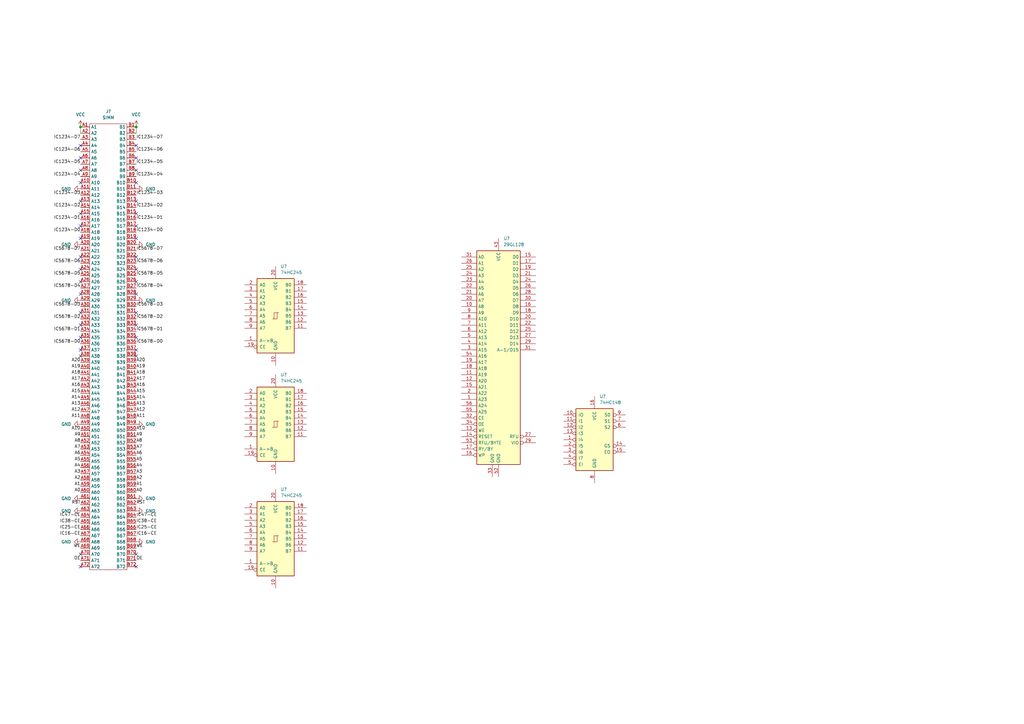
<source format=kicad_sch>
(kicad_sch (version 20211123) (generator eeschema)
  (paper "A3")
  (lib_symbols
    (symbol "74xx:74HC245" (pin_names (offset 1.016))
      (property "Reference" "U" (at -7.62 16.51 0))
      (property "Value" "74HC245" (at -7.62 -16.51 0))
      (symbol "74HC245_1_0"
        (polyline (pts (xy -0.635 -1.27) (xy -0.635 1.27) (xy 0.635 1.27)))
        (polyline (pts (xy -1.27 -1.27) (xy 0.635 -1.27) (xy 0.635 1.27) (xy 1.27 1.27)))
        (pin input line (at -12.7 -10.16 0) (length 5.08) (name "A->B") (number "1"))
        (pin power_in line (at 0 -20.32 90) (length 5.08) (name "GND") (number "10"))
        (pin tri_state line (at 12.7 -5.08 180) (length 5.08) (name "B7") (number "11"))
        (pin tri_state line (at 12.7 -2.54 180) (length 5.08) (name "B6") (number "12"))
        (pin tri_state line (at 12.7 0 180) (length 5.08) (name "B5") (number "13"))
        (pin tri_state line (at 12.7 2.54 180) (length 5.08) (name "B4") (number "14"))
        (pin tri_state line (at 12.7 5.08 180) (length 5.08) (name "B3") (number "15"))
        (pin tri_state line (at 12.7 7.62 180) (length 5.08) (name "B2") (number "16"))
        (pin tri_state line (at 12.7 10.16 180) (length 5.08) (name "B1") (number "17"))
        (pin tri_state line (at 12.7 12.7 180) (length 5.08) (name "B0") (number "18"))
        (pin input inverted (at -12.7 -12.7 0) (length 5.08) (name "CE") (number "19"))
        (pin tri_state line (at -12.7 12.7 0) (length 5.08) (name "A0") (number "2"))
        (pin power_in line (at 0 20.32 270) (length 5.08) (name "VCC") (number "20"))
        (pin tri_state line (at -12.7 10.16 0) (length 5.08) (name "A1") (number "3"))
        (pin tri_state line (at -12.7 7.62 0) (length 5.08) (name "A2") (number "4"))
        (pin tri_state line (at -12.7 5.08 0) (length 5.08) (name "A3") (number "5"))
        (pin tri_state line (at -12.7 2.54 0) (length 5.08) (name "A4") (number "6"))
        (pin tri_state line (at -12.7 0 0) (length 5.08) (name "A5") (number "7"))
        (pin tri_state line (at -12.7 -2.54 0) (length 5.08) (name "A6") (number "8"))
        (pin tri_state line (at -12.7 -5.08 0) (length 5.08) (name "A7") (number "9"))
      )
      (symbol "74HC245_1_1"
        (rectangle (start -7.62 15.24) (end 7.62 -15.24) (stroke (width 0.254)) (fill (type background)))
      )
    )
    (symbol "CPS3:29GL128"
      (property "Reference" "U" (at -5.08 36.195 0))
      (property "Value" "29GL128" (at -5.08 34.29 0))
      (symbol "29GL128_0_1"
        (rectangle (start -8.89 33.02) (end 8.89 -54.61) (stroke (width 0.254)) (fill (type background)))
      )
      (symbol "29GL128_1_1"
        (pin input line (at -15.24 -27.94 0) (length 6.35) (name "A23") (number "1"))
        (pin input line (at -15.24 10.16 0) (length 6.35) (name "A8") (number "10"))
        (pin input line (at -15.24 -17.78 0) (length 6.35) (name "A19") (number "11"))
        (pin input line (at -15.24 -20.32 0) (length 6.35) (name "A20") (number "12"))
        (pin input inverted (at -15.24 -40.64 0) (length 6.35) (name "WE") (number "13"))
        (pin input inverted (at -15.24 -43.18 0) (length 6.35) (name "RESET") (number "14"))
        (pin input line (at -15.24 -22.86 0) (length 6.35) (name "A21") (number "15"))
        (pin tri_state line (at 15.24 30.48 180) (length 6.35) (name "D0") (number "15"))
        (pin tri_state line (at 15.24 10.16 180) (length 6.35) (name "D8") (number "16"))
        (pin input inverted (at -15.24 -50.8 0) (length 6.35) (name "WP") (number "16"))
        (pin tri_state line (at 15.24 27.94 180) (length 6.35) (name "D1") (number "17"))
        (pin output inverted (at -15.24 -48.26 0) (length 6.35) (name "RY/BY") (number "17"))
        (pin input line (at -15.24 -15.24 0) (length 6.35) (name "A18") (number "18"))
        (pin tri_state line (at 15.24 7.62 180) (length 6.35) (name "D9") (number "18"))
        (pin input line (at -15.24 -12.7 0) (length 6.35) (name "A17") (number "19"))
        (pin tri_state line (at 15.24 25.4 180) (length 6.35) (name "D2") (number "19"))
        (pin input line (at -15.24 -25.4 0) (length 6.35) (name "A22") (number "2"))
        (pin input line (at -15.24 12.7 0) (length 6.35) (name "A7") (number "20"))
        (pin tri_state line (at 15.24 5.08 180) (length 6.35) (name "D10") (number "20"))
        (pin input line (at -15.24 15.24 0) (length 6.35) (name "A6") (number "21"))
        (pin tri_state line (at 15.24 22.86 180) (length 6.35) (name "D3") (number "21"))
        (pin input line (at -15.24 17.78 0) (length 6.35) (name "A5") (number "22"))
        (pin tri_state line (at 15.24 2.54 180) (length 6.35) (name "D11") (number "22"))
        (pin input line (at -15.24 20.32 0) (length 6.35) (name "A4") (number "23"))
        (pin input line (at -15.24 22.86 0) (length 6.35) (name "A3") (number "24"))
        (pin tri_state line (at 15.24 20.32 180) (length 6.35) (name "D4") (number "24"))
        (pin input line (at -15.24 25.4 0) (length 6.35) (name "A2") (number "25"))
        (pin tri_state line (at 15.24 0 180) (length 6.35) (name "D12") (number "25"))
        (pin input line (at -15.24 27.94 0) (length 6.35) (name "A1") (number "26"))
        (pin tri_state line (at 15.24 17.78 180) (length 6.35) (name "D5") (number "26"))
        (pin tri_state line (at 15.24 -2.54 180) (length 6.35) (name "D13") (number "27"))
        (pin input inverted (at 15.24 -43.18 180) (length 6.35) (name "RFU") (number "27"))
        (pin tri_state line (at 15.24 15.24 180) (length 6.35) (name "D6") (number "28"))
        (pin no_connect line (at 15.24 -48.26 180) (length 6.35) hide (name "NC") (number "28"))
        (pin tri_state line (at 15.24 -5.08 180) (length 6.35) (name "D14") (number "29"))
        (pin input inverted (at 15.24 -45.72 180) (length 6.35) (name "VIO") (number "29"))
        (pin input line (at -15.24 -7.62 0) (length 6.35) (name "A15") (number "3"))
        (pin tri_state line (at 15.24 12.7 180) (length 6.35) (name "D7") (number "30"))
        (pin no_connect line (at 15.24 -50.8 180) (length 6.35) hide (name "NC") (number "30"))
        (pin tri_state line (at 15.24 -7.62 180) (length 6.35) (name "A-1/D15") (number "31"))
        (pin input line (at -15.24 30.48 0) (length 6.35) (name "A0") (number "31"))
        (pin input inverted (at -15.24 -35.56 0) (length 6.35) (name "CE") (number "32"))
        (pin power_in line (at -2.54 -59.69 90) (length 5.08) (name "GND") (number "33"))
        (pin input inverted (at -15.24 -38.1 0) (length 6.35) (name "OE") (number "34"))
        (pin input line (at -15.24 -5.08 0) (length 6.35) (name "A14") (number "4"))
        (pin power_in line (at 0 38.1 270) (length 5.08) (name "VCC") (number "43"))
        (pin input line (at -15.24 -2.54 0) (length 6.35) (name "A13") (number "5"))
        (pin power_in line (at 0 -59.69 90) (length 5.08) (name "GND") (number "52"))
        (pin input inverted (at -15.24 -45.72 0) (length 6.35) (name "RFU/BYTE") (number "53"))
        (pin input line (at -15.24 -10.16 0) (length 6.35) (name "A16") (number "54"))
        (pin input line (at -15.24 -33.02 0) (length 6.35) (name "A25") (number "55"))
        (pin input line (at -15.24 -30.48 0) (length 6.35) (name "A24") (number "56"))
        (pin input line (at -15.24 0 0) (length 6.35) (name "A12") (number "6"))
        (pin input line (at -15.24 2.54 0) (length 6.35) (name "A11") (number "7"))
        (pin input line (at -15.24 5.08 0) (length 6.35) (name "A10") (number "8"))
        (pin input line (at -15.24 7.62 0) (length 6.35) (name "A9") (number "9"))
      )
    )
    (symbol "CPS3:74HC148" (pin_names (offset 1.016))
      (property "Reference" "U" (at -7.62 13.97 0))
      (property "Value" "74HC148" (at -7.62 -13.97 0))
      (symbol "74HC148_1_0"
        (pin input inverted (at -12.7 0 0) (length 5.08) (name "I4") (number "1"))
        (pin input inverted (at -12.7 10.16 0) (length 5.08) (name "IO") (number "10"))
        (pin input inverted (at -12.7 7.62 0) (length 5.08) (name "I1") (number "11"))
        (pin input inverted (at -12.7 5.08 0) (length 5.08) (name "I2") (number "12"))
        (pin input inverted (at -12.7 2.54 0) (length 5.08) (name "I3") (number "13"))
        (pin output inverted (at 12.7 -2.54 180) (length 5.08) (name "GS") (number "14"))
        (pin output inverted (at 12.7 -5.08 180) (length 5.08) (name "EO") (number "15"))
        (pin power_in line (at 0 17.78 270) (length 5.08) (name "VCC") (number "16"))
        (pin input inverted (at -12.7 -2.54 0) (length 5.08) (name "I5") (number "2"))
        (pin input inverted (at -12.7 -5.08 0) (length 5.08) (name "I6") (number "3"))
        (pin input inverted (at -12.7 -7.62 0) (length 5.08) (name "I7") (number "4"))
        (pin input inverted (at -12.7 -10.16 0) (length 5.08) (name "EI") (number "5"))
        (pin output inverted (at 12.7 5.08 180) (length 5.08) (name "S2") (number "6"))
        (pin output inverted (at 12.7 7.62 180) (length 5.08) (name "S1") (number "7"))
        (pin power_in line (at 0 -17.78 90) (length 5.08) (name "GND") (number "8"))
        (pin output inverted (at 12.7 10.16 180) (length 5.08) (name "S0") (number "9"))
      )
      (symbol "74HC148_1_1"
        (rectangle (start -7.62 12.7) (end 7.62 -12.7) (stroke (width 0.254)) (fill (type background)))
      )
    )
    (symbol "CPS3:SIMM"
      (property "Reference" "J" (at 0 93.98 0))
      (property "Value" "SIMM" (at 0 91.44 0))
      (symbol "SIMM_0_1"
        (rectangle (start -7.62 88.9) (end 7.62 -93.98))
      )
      (symbol "SIMM_1_1"
        (pin input line (at -11.43 87.63 0) (length 3.81) (name "A1") (number "A1"))
        (pin input line (at -11.43 64.77 0) (length 3.81) (name "A10") (number "A10"))
        (pin input line (at -11.43 62.23 0) (length 3.81) (name "A11") (number "A11"))
        (pin input line (at -11.43 59.69 0) (length 3.81) (name "A12") (number "A12"))
        (pin input line (at -11.43 57.15 0) (length 3.81) (name "A13") (number "A13"))
        (pin input line (at -11.43 54.61 0) (length 3.81) (name "A14") (number "A14"))
        (pin input line (at -11.43 52.07 0) (length 3.81) (name "A15") (number "A15"))
        (pin input line (at -11.43 49.53 0) (length 3.81) (name "A16") (number "A16"))
        (pin input line (at -11.43 46.99 0) (length 3.81) (name "A17") (number "A17"))
        (pin input line (at -11.43 44.45 0) (length 3.81) (name "A18") (number "A18"))
        (pin input line (at -11.43 41.91 0) (length 3.81) (name "A19") (number "A19"))
        (pin input line (at -11.43 85.09 0) (length 3.81) (name "A2") (number "A2"))
        (pin input line (at -11.43 39.37 0) (length 3.81) (name "A20") (number "A20"))
        (pin input line (at -11.43 36.83 0) (length 3.81) (name "A21") (number "A21"))
        (pin input line (at -11.43 34.29 0) (length 3.81) (name "A22") (number "A22"))
        (pin input line (at -11.43 31.75 0) (length 3.81) (name "A23") (number "A23"))
        (pin input line (at -11.43 29.21 0) (length 3.81) (name "A24") (number "A24"))
        (pin input line (at -11.43 26.67 0) (length 3.81) (name "A25") (number "A25"))
        (pin input line (at -11.43 24.13 0) (length 3.81) (name "A26") (number "A26"))
        (pin input line (at -11.43 21.59 0) (length 3.81) (name "A27") (number "A27"))
        (pin input line (at -11.43 19.05 0) (length 3.81) (name "A28") (number "A28"))
        (pin input line (at -11.43 16.51 0) (length 3.81) (name "A29") (number "A29"))
        (pin input line (at -11.43 82.55 0) (length 3.81) (name "A3") (number "A3"))
        (pin input line (at -11.43 13.97 0) (length 3.81) (name "A30") (number "A30"))
        (pin input line (at -11.43 11.43 0) (length 3.81) (name "A31") (number "A31"))
        (pin input line (at -11.43 8.89 0) (length 3.81) (name "A32") (number "A32"))
        (pin input line (at -11.43 6.35 0) (length 3.81) (name "A33") (number "A33"))
        (pin input line (at -11.43 3.81 0) (length 3.81) (name "A34") (number "A34"))
        (pin input line (at -11.43 1.27 0) (length 3.81) (name "A35") (number "A35"))
        (pin input line (at -11.43 -1.27 0) (length 3.81) (name "A36") (number "A36"))
        (pin input line (at -11.43 -3.81 0) (length 3.81) (name "A37") (number "A37"))
        (pin input line (at -11.43 -6.35 0) (length 3.81) (name "A38") (number "A38"))
        (pin input line (at -11.43 -8.89 0) (length 3.81) (name "A39") (number "A39"))
        (pin input line (at -11.43 80.01 0) (length 3.81) (name "A4") (number "A4"))
        (pin input line (at -11.43 -11.43 0) (length 3.81) (name "A40") (number "A40"))
        (pin input line (at -11.43 -13.97 0) (length 3.81) (name "A41") (number "A41"))
        (pin input line (at -11.43 -16.51 0) (length 3.81) (name "A42") (number "A42"))
        (pin input line (at -11.43 -19.05 0) (length 3.81) (name "A43") (number "A43"))
        (pin input line (at -11.43 -21.59 0) (length 3.81) (name "A44") (number "A44"))
        (pin input line (at -11.43 -24.13 0) (length 3.81) (name "A45") (number "A45"))
        (pin input line (at -11.43 -26.67 0) (length 3.81) (name "A46") (number "A46"))
        (pin input line (at -11.43 -29.21 0) (length 3.81) (name "A47") (number "A47"))
        (pin input line (at -11.43 -31.75 0) (length 3.81) (name "A48") (number "A48"))
        (pin input line (at -11.43 -34.29 0) (length 3.81) (name "A49") (number "A49"))
        (pin input line (at -11.43 77.47 0) (length 3.81) (name "A5") (number "A5"))
        (pin input line (at -11.43 -36.83 0) (length 3.81) (name "A50") (number "A50"))
        (pin input line (at -11.43 -39.37 0) (length 3.81) (name "A51") (number "A51"))
        (pin input line (at -11.43 -41.91 0) (length 3.81) (name "A52") (number "A52"))
        (pin input line (at -11.43 -44.45 0) (length 3.81) (name "A53") (number "A53"))
        (pin input line (at -11.43 -46.99 0) (length 3.81) (name "A54") (number "A54"))
        (pin input line (at -11.43 -49.53 0) (length 3.81) (name "A55") (number "A55"))
        (pin input line (at -11.43 -52.07 0) (length 3.81) (name "A56") (number "A56"))
        (pin input line (at -11.43 -54.61 0) (length 3.81) (name "A57") (number "A57"))
        (pin input line (at -11.43 -57.15 0) (length 3.81) (name "A58") (number "A58"))
        (pin input line (at -11.43 -59.69 0) (length 3.81) (name "A59") (number "A59"))
        (pin input line (at -11.43 74.93 0) (length 3.81) (name "A6") (number "A6"))
        (pin input line (at -11.43 -62.23 0) (length 3.81) (name "A60") (number "A60"))
        (pin input line (at -11.43 -64.77 0) (length 3.81) (name "A61") (number "A61"))
        (pin input line (at -11.43 -67.31 0) (length 3.81) (name "A62") (number "A62"))
        (pin input line (at -11.43 -69.85 0) (length 3.81) (name "A63") (number "A63"))
        (pin input line (at -11.43 -72.39 0) (length 3.81) (name "A64") (number "A64"))
        (pin input line (at -11.43 -74.93 0) (length 3.81) (name "A65") (number "A65"))
        (pin input line (at -11.43 -77.47 0) (length 3.81) (name "A66") (number "A66"))
        (pin input line (at -11.43 -80.01 0) (length 3.81) (name "A67") (number "A67"))
        (pin input line (at -11.43 -82.55 0) (length 3.81) (name "A68") (number "A68"))
        (pin input line (at -11.43 -85.09 0) (length 3.81) (name "A69") (number "A69"))
        (pin input line (at -11.43 72.39 0) (length 3.81) (name "A7") (number "A7"))
        (pin input line (at -11.43 -87.63 0) (length 3.81) (name "A70") (number "A70"))
        (pin input line (at -11.43 -90.17 0) (length 3.81) (name "A71") (number "A71"))
        (pin input line (at -11.43 -92.71 0) (length 3.81) (name "A72") (number "A72"))
        (pin input line (at -11.43 69.85 0) (length 3.81) (name "A8") (number "A8"))
        (pin input line (at -11.43 67.31 0) (length 3.81) (name "A9") (number "A9"))
        (pin input line (at 11.43 87.63 180) (length 3.81) (name "B1") (number "B1"))
        (pin input line (at 11.43 64.77 180) (length 3.81) (name "B10") (number "B10"))
        (pin input line (at 11.43 62.23 180) (length 3.81) (name "B11") (number "B11"))
        (pin input line (at 11.43 59.69 180) (length 3.81) (name "B12") (number "B12"))
        (pin input line (at 11.43 57.15 180) (length 3.81) (name "B13") (number "B13"))
        (pin input line (at 11.43 54.61 180) (length 3.81) (name "B14") (number "B14"))
        (pin input line (at 11.43 52.07 180) (length 3.81) (name "B15") (number "B15"))
        (pin input line (at 11.43 49.53 180) (length 3.81) (name "B16") (number "B16"))
        (pin input line (at 11.43 46.99 180) (length 3.81) (name "B17") (number "B17"))
        (pin input line (at 11.43 44.45 180) (length 3.81) (name "B18") (number "B18"))
        (pin input line (at 11.43 41.91 180) (length 3.81) (name "B19") (number "B19"))
        (pin input line (at 11.43 85.09 180) (length 3.81) (name "B2") (number "B2"))
        (pin input line (at 11.43 39.37 180) (length 3.81) (name "B20") (number "B20"))
        (pin input line (at 11.43 36.83 180) (length 3.81) (name "B21") (number "B21"))
        (pin input line (at 11.43 34.29 180) (length 3.81) (name "B22") (number "B22"))
        (pin input line (at 11.43 31.75 180) (length 3.81) (name "B23") (number "B23"))
        (pin input line (at 11.43 29.21 180) (length 3.81) (name "B24") (number "B24"))
        (pin input line (at 11.43 26.67 180) (length 3.81) (name "B25") (number "B25"))
        (pin input line (at 11.43 24.13 180) (length 3.81) (name "B26") (number "B26"))
        (pin input line (at 11.43 21.59 180) (length 3.81) (name "B27") (number "B27"))
        (pin input line (at 11.43 19.05 180) (length 3.81) (name "B28") (number "B28"))
        (pin input line (at 11.43 16.51 180) (length 3.81) (name "B29") (number "B29"))
        (pin input line (at 11.43 82.55 180) (length 3.81) (name "B3") (number "B3"))
        (pin input line (at 11.43 13.97 180) (length 3.81) (name "B30") (number "B30"))
        (pin input line (at 11.43 11.43 180) (length 3.81) (name "B31") (number "B31"))
        (pin input line (at 11.43 8.89 180) (length 3.81) (name "B32") (number "B32"))
        (pin input line (at 11.43 6.35 180) (length 3.81) (name "B33") (number "B33"))
        (pin input line (at 11.43 3.81 180) (length 3.81) (name "B34") (number "B34"))
        (pin input line (at 11.43 1.27 180) (length 3.81) (name "B35") (number "B35"))
        (pin input line (at 11.43 -1.27 180) (length 3.81) (name "B36") (number "B36"))
        (pin input line (at 11.43 -3.81 180) (length 3.81) (name "B37") (number "B37"))
        (pin input line (at 11.43 -6.35 180) (length 3.81) (name "B38") (number "B38"))
        (pin input line (at 11.43 -8.89 180) (length 3.81) (name "B39") (number "B39"))
        (pin input line (at 11.43 80.01 180) (length 3.81) (name "B4") (number "B4"))
        (pin input line (at 11.43 -11.43 180) (length 3.81) (name "B40") (number "B40"))
        (pin input line (at 11.43 -13.97 180) (length 3.81) (name "B41") (number "B41"))
        (pin input line (at 11.43 -16.51 180) (length 3.81) (name "B42") (number "B42"))
        (pin input line (at 11.43 -19.05 180) (length 3.81) (name "B43") (number "B43"))
        (pin input line (at 11.43 -21.59 180) (length 3.81) (name "B44") (number "B44"))
        (pin input line (at 11.43 -24.13 180) (length 3.81) (name "B45") (number "B45"))
        (pin input line (at 11.43 -26.67 180) (length 3.81) (name "B46") (number "B46"))
        (pin input line (at 11.43 -29.21 180) (length 3.81) (name "B47") (number "B47"))
        (pin input line (at 11.43 -31.75 180) (length 3.81) (name "B48") (number "B48"))
        (pin input line (at 11.43 -34.29 180) (length 3.81) (name "B49") (number "B49"))
        (pin input line (at 11.43 77.47 180) (length 3.81) (name "B5") (number "B5"))
        (pin input line (at 11.43 -36.83 180) (length 3.81) (name "B50") (number "B50"))
        (pin input line (at 11.43 -39.37 180) (length 3.81) (name "B51") (number "B51"))
        (pin input line (at 11.43 -41.91 180) (length 3.81) (name "B52") (number "B52"))
        (pin input line (at 11.43 -44.45 180) (length 3.81) (name "B53") (number "B53"))
        (pin input line (at 11.43 -46.99 180) (length 3.81) (name "B54") (number "B54"))
        (pin input line (at 11.43 -49.53 180) (length 3.81) (name "B55") (number "B55"))
        (pin input line (at 11.43 -52.07 180) (length 3.81) (name "B56") (number "B56"))
        (pin input line (at 11.43 -54.61 180) (length 3.81) (name "B57") (number "B57"))
        (pin input line (at 11.43 -57.15 180) (length 3.81) (name "B58") (number "B58"))
        (pin input line (at 11.43 -59.69 180) (length 3.81) (name "B59") (number "B59"))
        (pin input line (at 11.43 74.93 180) (length 3.81) (name "B6") (number "B6"))
        (pin input line (at 11.43 -62.23 180) (length 3.81) (name "B60") (number "B60"))
        (pin input line (at 11.43 -64.77 180) (length 3.81) (name "B61") (number "B61"))
        (pin input line (at 11.43 -67.31 180) (length 3.81) (name "B62") (number "B62"))
        (pin input line (at 11.43 -69.85 180) (length 3.81) (name "B63") (number "B63"))
        (pin input line (at 11.43 -72.39 180) (length 3.81) (name "B64") (number "B64"))
        (pin input line (at 11.43 -74.93 180) (length 3.81) (name "B65") (number "B65"))
        (pin input line (at 11.43 -77.47 180) (length 3.81) (name "B66") (number "B66"))
        (pin input line (at 11.43 -80.01 180) (length 3.81) (name "B67") (number "B67"))
        (pin input line (at 11.43 -82.55 180) (length 3.81) (name "B68") (number "B68"))
        (pin input line (at 11.43 -85.09 180) (length 3.81) (name "B69") (number "B69"))
        (pin input line (at 11.43 72.39 180) (length 3.81) (name "B7") (number "B7"))
        (pin input line (at 11.43 -87.63 180) (length 3.81) (name "B70") (number "B70"))
        (pin input line (at 11.43 -90.17 180) (length 3.81) (name "B71") (number "B71"))
        (pin input line (at 11.43 -92.71 180) (length 3.81) (name "B72") (number "B72"))
        (pin input line (at 11.43 69.85 180) (length 3.81) (name "B8") (number "B8"))
        (pin input line (at 11.43 67.31 180) (length 3.81) (name "B9") (number "B9"))
      )
    )
    (symbol "power:GND" (power) (pin_names (offset 0))
      (property "Value" "GND" (at 0 -3.81 0))
      (symbol "GND_0_1"
        (polyline (pts (xy 0 0) (xy 0 -1.27) (xy 1.27 -1.27) (xy 0 -2.54) (xy -1.27 -1.27) (xy 0 -1.27)))
      )
      (symbol "GND_1_1"
        (pin power_in line (at 0 0 270) (length 0) hide (name "GND") (number "1"))
      )
    )
    (symbol "power:VCC" (power) (pin_names (offset 0))
      (property "Value" "VCC" (at 0 3.81 0))
      (symbol "VCC_0_1"
        (polyline (pts (xy -0.762 1.27) (xy 0 2.54)))
        (polyline (pts (xy 0 0) (xy 0 2.54)))
        (polyline (pts (xy 0 2.54) (xy 0.762 1.27)))
      )
      (symbol "VCC_1_1"
        (pin power_in line (at 0 0 90) (length 0) hide (name "VCC") (number "1"))
      )
    )
  )
  (junction (at 33.02 52.07))
  (junction (at 55.88 52.07))
  (no_connect (at 55.88 227.33))
  (no_connect (at 55.88 232.41))
  (no_connect (at 33.02 105.41))
  (no_connect (at 33.02 110.49))
  (no_connect (at 55.88 105.41))
  (no_connect (at 55.88 110.49))
  (no_connect (at 55.88 115.57))
  (no_connect (at 55.88 120.65))
  (no_connect (at 55.88 128.27))
  (no_connect (at 55.88 133.35))
  (no_connect (at 55.88 138.43))
  (no_connect (at 55.88 143.51))
  (no_connect (at 55.88 146.05))
  (no_connect (at 33.02 87.63))
  (no_connect (at 33.02 82.55))
  (no_connect (at 33.02 232.41))
  (no_connect (at 33.02 128.27))
  (no_connect (at 33.02 133.35))
  (no_connect (at 33.02 138.43))
  (no_connect (at 33.02 143.51))
  (no_connect (at 33.02 146.05))
  (no_connect (at 33.02 227.33))
  (no_connect (at 33.02 69.85))
  (no_connect (at 33.02 74.93))
  (no_connect (at 33.02 97.79))
  (no_connect (at 33.02 92.71))
  (no_connect (at 33.02 59.69))
  (no_connect (at 33.02 64.77))
  (no_connect (at 33.02 115.57))
  (no_connect (at 33.02 120.65))
  (no_connect (at 55.88 59.69))
  (no_connect (at 55.88 64.77))
  (no_connect (at 55.88 69.85))
  (no_connect (at 55.88 74.93))
  (no_connect (at 55.88 87.63))
  (no_connect (at 55.88 92.71))
  (no_connect (at 55.88 97.79))
  (no_connect (at 55.88 82.55))
  (wire (pts (xy 55.88 52.07) (xy 55.88 54.61)))
  (wire (pts (xy 33.02 52.07) (xy 33.02 54.61)))
  (label "A13" (at 55.88 166.37 0))
  (label "IC5678-D6" (at 33.02 107.95 180))
  (label "A8" (at 55.88 181.61 0))
  (label "IC5678-D1" (at 33.02 135.89 180))
  (label "A20" (at 55.88 148.59 0))
  (label "A15" (at 33.02 161.29 180))
  (label "A3" (at 55.88 194.31 0))
  (label "A16" (at 33.02 158.75 180))
  (label "A12" (at 55.88 168.91 0))
  (label "IC5678-D4" (at 33.02 118.11 180))
  (label "IC1234-D2" (at 33.02 85.09 180))
  (label "RST" (at 55.88 207.01 0))
  (label "A10" (at 55.88 176.53 0))
  (label "IC1234-D0" (at 55.88 95.25 0))
  (label "IC1234-D4" (at 55.88 72.39 0))
  (label "IC5678-D2" (at 55.88 130.81 0))
  (label "IC25-CE" (at 55.88 217.17 0))
  (label "IC5678-D0" (at 55.88 140.97 0))
  (label "A14" (at 33.02 163.83 180))
  (label "A3" (at 33.02 194.31 180))
  (label "A1" (at 55.88 199.39 0))
  (label "IC1234-D6" (at 33.02 62.23 180))
  (label "A1" (at 33.02 199.39 180))
  (label "A4" (at 33.02 191.77 180))
  (label "IC1234-D2" (at 55.88 85.09 0))
  (label "IC1234-D1" (at 55.88 90.17 0))
  (label "IC5678-D4" (at 55.88 118.11 0))
  (label "IC5678-D2" (at 33.02 130.81 180))
  (label "A2" (at 55.88 196.85 0))
  (label "A19" (at 33.02 151.13 180))
  (label "IC5678-D3" (at 55.88 125.73 0))
  (label "IC5678-D7" (at 33.02 102.87 180))
  (label "IC47-CE" (at 33.02 212.09 180))
  (label "A10" (at 33.02 176.53 180))
  (label "A20" (at 33.02 148.59 180))
  (label "A15" (at 55.88 161.29 0))
  (label "A0" (at 33.02 201.93 180))
  (label "A19" (at 55.88 151.13 0))
  (label "IC16-CE" (at 33.02 219.71 180))
  (label "A11" (at 33.02 171.45 180))
  (label "OE" (at 55.88 229.87 0))
  (label "IC1234-D7" (at 55.88 57.15 0))
  (label "A18" (at 33.02 153.67 180))
  (label "A13" (at 33.02 166.37 180))
  (label "IC5678-D6" (at 55.88 107.95 0))
  (label "IC25-CE" (at 33.02 217.17 180))
  (label "A14" (at 55.88 163.83 0))
  (label "A18" (at 55.88 153.67 0))
  (label "IC1234-D5" (at 55.88 67.31 0))
  (label "A17" (at 33.02 156.21 180))
  (label "IC1234-D7" (at 33.02 57.15 180))
  (label "IC5678-D0" (at 33.02 140.97 180))
  (label "WE" (at 55.88 224.79 0))
  (label "IC1234-D0" (at 33.02 95.25 180))
  (label "A16" (at 55.88 158.75 0))
  (label "IC1234-D3" (at 33.02 80.01 180))
  (label "A2" (at 33.02 196.85 180))
  (label "IC5678-D3" (at 33.02 125.73 180))
  (label "A7" (at 33.02 184.15 180))
  (label "A11" (at 55.88 171.45 0))
  (label "IC5678-D5" (at 33.02 113.03 180))
  (label "A7" (at 55.88 184.15 0))
  (label "IC1234-D3" (at 55.88 80.01 0))
  (label "IC38-CE" (at 55.88 214.63 0))
  (label "IC1234-D6" (at 55.88 62.23 0))
  (label "IC47-CE" (at 55.88 212.09 0))
  (label "A12" (at 33.02 168.91 180))
  (label "IC5678-D7" (at 55.88 102.87 0))
  (label "IC5678-D5" (at 55.88 113.03 0))
  (label "WE" (at 33.02 224.79 180))
  (label "IC16-CE" (at 55.88 219.71 0))
  (label "IC5678-D1" (at 55.88 135.89 0))
  (label "OE" (at 33.02 229.87 180))
  (label "IC1234-D5" (at 33.02 67.31 180))
  (label "A9" (at 55.88 179.07 0))
  (label "A5" (at 33.02 189.23 180))
  (label "IC1234-D1" (at 33.02 90.17 180))
  (label "A17" (at 55.88 156.21 0))
  (label "A4" (at 55.88 191.77 0))
  (label "IC1234-D4" (at 33.02 72.39 180))
  (label "A9" (at 33.02 179.07 180))
  (label "A6" (at 55.88 186.69 0))
  (label "A0" (at 55.88 201.93 0))
  (label "A5" (at 55.88 189.23 0))
  (label "A6" (at 33.02 186.69 180))
  (label "IC38-CE" (at 33.02 214.63 180))
  (label "A8" (at 33.02 181.61 180))
  (label "RST" (at 33.02 207.01 180))
  (symbol (lib_id "power:GND") (at 55.88 173.99 90) (unit 1)
    (property "Reference" "#PWR0101" (effects hide))
    (property "Value" "GND" (at 59.69 173.9899 90) (effects (justify right)))
  )
  (symbol (lib_id "power:GND") (at 33.02 204.47 270) (unit 1)
    (property "Reference" "#PWR0115" (effects hide))
    (property "Value" "GND" (at 29.21 204.4699 90) (effects (justify right)))
  )
  (symbol (lib_id "74xx:74HC245") (at 113.03 129.54 0) (unit 1)
    (property "Reference" "U?" (at 115.0494 109.22 0) (effects (justify left)))
    (property "Value" "74HC245" (at 115.0494 111.76 0) (effects (justify left)))
    (property "Datasheet" "http://www.ti.com/lit/gpn/sn74HC245" (effects hide))
  )
  (symbol (lib_id "power:VCC") (at 55.88 52.07 0) (unit 1)
    (property "Reference" "#PWR0107" (effects hide))
    (property "Value" "VCC" (at 55.88 46.99 0))
  )
  (symbol (lib_id "power:GND") (at 55.88 100.33 90) (unit 1)
    (property "Reference" "#PWR0105" (effects hide))
    (property "Value" "GND" (at 59.69 100.3299 90) (effects (justify right)))
  )
  (symbol (lib_id "power:GND") (at 55.88 77.47 90) (unit 1)
    (property "Reference" "#PWR0109" (effects hide))
    (property "Value" "GND" (at 59.69 77.4699 90) (effects (justify right)))
  )
  (symbol (lib_id "CPS3:SIMM") (at 44.45 139.7 0) (unit 1)
    (property "Reference" "J?" (at 44.45 45.72 0))
    (property "Value" "SIMM" (at 44.45 48.26 0))
  )
  (symbol (lib_id "power:GND") (at 55.88 209.55 90) (unit 1)
    (property "Reference" "#PWR0112" (effects hide))
    (property "Value" "GND" (at 59.69 209.5499 90) (effects (justify right)))
  )
  (symbol (lib_id "CPS3:29GL128") (at 204.47 135.89 0) (unit 1)
    (property "Reference" "U?" (at 206.4894 97.79 0) (effects (justify left)))
    (property "Value" "29GL128" (at 206.4894 100.33 0) (effects (justify left)))
    (property "Footprint" "Package_SO:TSOP-I-56_18.4x14mm_P0.5mm" (effects hide))
    (property "Datasheet" "https://www.infineon.com/dgdl/Infineon-S29GL01GS_S29GL512S_S29GL256S_S29GL128S_128_Mb_256_Mb_512_Mb_1_Gb_GL-S_MIRRORBIT_TM_Flash_Parallel_3-DataSheet-v20_00-EN.pdf?fileId=8ac78c8c7d0d8da4017d0ed07ac14bd5" (effects hide))
  )
  (symbol (lib_id "power:GND") (at 55.88 222.25 90) (unit 1)
    (property "Reference" "#PWR0111" (effects hide))
    (property "Value" "GND" (at 59.69 222.2499 90) (effects (justify right)))
  )
  (symbol (lib_id "74xx:74HC245") (at 113.03 220.98 0) (unit 1)
    (property "Reference" "U?" (at 115.0494 200.66 0) (effects (justify left)))
    (property "Value" "74HC245" (at 115.0494 203.2 0) (effects (justify left)))
    (property "Datasheet" "http://www.ti.com/lit/gpn/sn74HC245" (effects hide))
  )
  (symbol (lib_id "74xx:74HC245") (at 113.03 173.99 0) (unit 1)
    (property "Reference" "U?" (at 115.0494 153.67 0) (effects (justify left)))
    (property "Value" "74HC245" (at 115.0494 156.21 0) (effects (justify left)))
    (property "Datasheet" "http://www.ti.com/lit/gpn/sn74HC245" (effects hide))
  )
  (symbol (lib_id "CPS3:74HC148") (at 243.84 180.34 0) (unit 1)
    (property "Reference" "U?" (at 245.8594 162.56 0) (effects (justify left)))
    (property "Value" "74HC148" (at 245.8594 165.1 0) (effects (justify left)))
    (property "Datasheet" "https://www.ti.com/lit/ds/symlink/sn54hc148.pdf" (effects hide))
  )
  (symbol (lib_id "power:GND") (at 33.02 209.55 270) (unit 1)
    (property "Reference" "#PWR0116" (effects hide))
    (property "Value" "GND" (at 29.21 209.5499 90) (effects (justify right)))
  )
  (symbol (lib_id "power:GND") (at 33.02 173.99 270) (unit 1)
    (property "Reference" "#PWR0106" (effects hide))
    (property "Value" "GND" (at 29.21 173.9899 90) (effects (justify right)))
  )
  (symbol (lib_id "power:GND") (at 55.88 123.19 90) (unit 1)
    (property "Reference" "#PWR0102" (effects hide))
    (property "Value" "GND" (at 59.69 123.1899 90) (effects (justify right)))
  )
  (symbol (lib_id "power:GND") (at 33.02 77.47 270) (unit 1)
    (property "Reference" "#PWR0110" (effects hide))
    (property "Value" "GND" (at 29.21 77.4699 90) (effects (justify right)))
  )
  (symbol (lib_id "power:GND") (at 33.02 222.25 270) (unit 1)
    (property "Reference" "#PWR0114" (effects hide))
    (property "Value" "GND" (at 29.21 222.2499 90) (effects (justify right)))
  )
  (symbol (lib_id "power:GND") (at 33.02 123.19 270) (unit 1)
    (property "Reference" "#PWR0104" (effects hide))
    (property "Value" "GND" (at 29.21 123.1899 90) (effects (justify right)))
  )
  (symbol (lib_id "power:GND") (at 55.88 204.47 90) (unit 1)
    (property "Reference" "#PWR0113" (effects hide))
    (property "Value" "GND" (at 59.69 204.4699 90) (effects (justify right)))
  )
  (symbol (lib_id "power:VCC") (at 33.02 52.07 0) (unit 1)
    (property "Reference" "#PWR0108" (effects hide))
    (property "Value" "VCC" (at 33.02 46.99 0))
  )
  (symbol (lib_id "power:GND") (at 33.02 100.33 270) (unit 1)
    (property "Reference" "#PWR0103" (effects hide))
    (property "Value" "GND" (at 29.21 100.3299 90) (effects (justify right)))
  )
)
</source>
